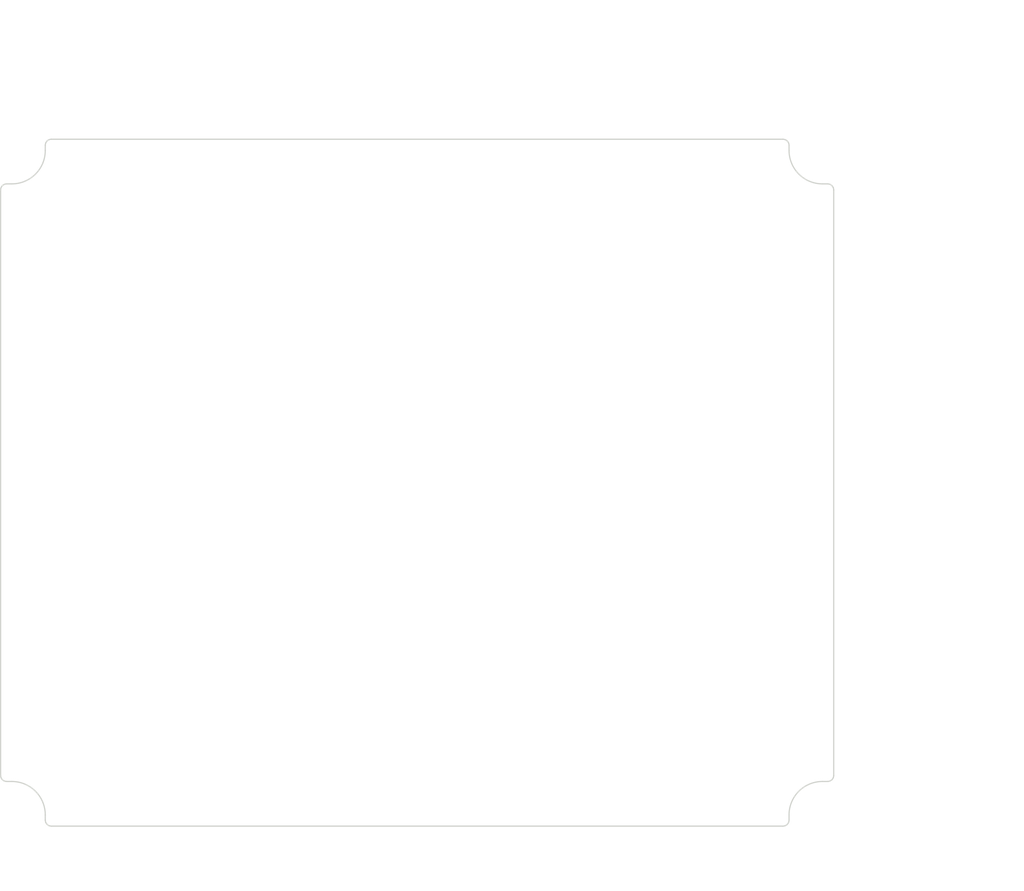
<source format=kicad_pcb>
(kicad_pcb (version 20171130) (host pcbnew "(5.1.0)-1")

  (general
    (thickness 1.6)
    (drawings 89)
    (tracks 0)
    (zones 0)
    (modules 0)
    (nets 1)
  )

  (page A4)
  (layers
    (0 F.Cu signal)
    (31 B.Cu signal)
    (32 B.Adhes user)
    (33 F.Adhes user)
    (34 B.Paste user)
    (35 F.Paste user)
    (36 B.SilkS user)
    (37 F.SilkS user)
    (38 B.Mask user)
    (39 F.Mask user)
    (40 Dwgs.User user)
    (41 Cmts.User user)
    (42 Eco1.User user)
    (43 Eco2.User user)
    (44 Edge.Cuts user)
    (45 Margin user)
    (46 B.CrtYd user)
    (47 F.CrtYd user)
    (48 B.Fab user)
    (49 F.Fab user)
  )

  (setup
    (last_trace_width 0.25)
    (trace_clearance 0.2)
    (zone_clearance 0.508)
    (zone_45_only no)
    (trace_min 0.2)
    (via_size 0.8)
    (via_drill 0.4)
    (via_min_size 0.4)
    (via_min_drill 0.3)
    (uvia_size 0.3)
    (uvia_drill 0.1)
    (uvias_allowed no)
    (uvia_min_size 0.2)
    (uvia_min_drill 0.1)
    (edge_width 0.05)
    (segment_width 0.2)
    (pcb_text_width 0.3)
    (pcb_text_size 1.5 1.5)
    (mod_edge_width 0.12)
    (mod_text_size 1 1)
    (mod_text_width 0.15)
    (pad_size 1.524 1.524)
    (pad_drill 0.762)
    (pad_to_mask_clearance 0.051)
    (solder_mask_min_width 0.25)
    (aux_axis_origin 0 0)
    (visible_elements FFFFFF7F)
    (pcbplotparams
      (layerselection 0x010fc_ffffffff)
      (usegerberextensions false)
      (usegerberattributes false)
      (usegerberadvancedattributes false)
      (creategerberjobfile false)
      (excludeedgelayer true)
      (linewidth 0.152400)
      (plotframeref false)
      (viasonmask false)
      (mode 1)
      (useauxorigin false)
      (hpglpennumber 1)
      (hpglpenspeed 20)
      (hpglpendiameter 15.000000)
      (psnegative false)
      (psa4output false)
      (plotreference true)
      (plotvalue true)
      (plotinvisibletext false)
      (padsonsilk false)
      (subtractmaskfromsilk false)
      (outputformat 1)
      (mirror false)
      (drillshape 1)
      (scaleselection 1)
      (outputdirectory ""))
  )

  (net 0 "")

  (net_class Default "This is the default net class."
    (clearance 0.2)
    (trace_width 0.25)
    (via_dia 0.8)
    (via_drill 0.4)
    (uvia_dia 0.3)
    (uvia_drill 0.1)
  )

  (gr_curve (pts (xy 198.626098 42.737135) (xy 198.350725 42.072194) (xy 198.207652 41.352824) (xy 198.207652 40.632813)) (layer Edge.Cuts) (width 0.2))
  (gr_curve (pts (xy 199.817784 44.520796) (xy 199.308926 44.011938) (xy 198.90147 43.402077) (xy 198.626098 42.737135)) (layer Edge.Cuts) (width 0.2))
  (gr_curve (pts (xy 201.601445 45.712483) (xy 200.936504 45.43711) (xy 200.326643 45.029654) (xy 199.817784 44.520796)) (layer Edge.Cuts) (width 0.2))
  (gr_curve (pts (xy 203.705768 46.130928) (xy 202.985757 46.130928) (xy 202.266387 45.987855) (xy 201.601445 45.712483)) (layer Edge.Cuts) (width 0.2))
  (gr_line (start 198.207652 40.632813) (end 198.207652 39.780585) (layer Edge.Cuts) (width 0.2))
  (gr_curve (pts (xy 197.590599 38.857009) (xy 197.469701 38.806941) (xy 197.338906 38.780928) (xy 197.207995 38.780928)) (layer Edge.Cuts) (width 0.2))
  (gr_curve (pts (xy 197.914901 39.073679) (xy 197.822381 38.98116) (xy 197.711497 38.907077) (xy 197.590599 38.857009)) (layer Edge.Cuts) (width 0.2))
  (gr_curve (pts (xy 198.131571 39.397981) (xy 198.081504 39.277083) (xy 198.007421 39.166199) (xy 197.914901 39.073679)) (layer Edge.Cuts) (width 0.2))
  (gr_curve (pts (xy 198.207652 39.780585) (xy 198.207652 39.649674) (xy 198.181639 39.51888) (xy 198.131571 39.397981)) (layer Edge.Cuts) (width 0.2))
  (gr_line (start 197.207995 38.780928) (end 76.81577 38.780928) (layer Edge.Cuts) (width 0.2))
  (gr_curve (pts (xy 75.892194 39.397981) (xy 75.842126 39.51888) (xy 75.816113 39.649674) (xy 75.816113 39.780585)) (layer Edge.Cuts) (width 0.2))
  (gr_curve (pts (xy 76.108864 39.073679) (xy 76.016344 39.166199) (xy 75.942262 39.277083) (xy 75.892194 39.397981)) (layer Edge.Cuts) (width 0.2))
  (gr_curve (pts (xy 76.433166 38.857009) (xy 76.312268 38.907077) (xy 76.201384 38.98116) (xy 76.108864 39.073679)) (layer Edge.Cuts) (width 0.2))
  (gr_curve (pts (xy 76.81577 38.780928) (xy 76.684859 38.780928) (xy 76.554065 38.806941) (xy 76.433166 38.857009)) (layer Edge.Cuts) (width 0.2))
  (gr_line (start 75.816113 39.780585) (end 75.816113 40.632813) (layer Edge.Cuts) (width 0.2))
  (gr_curve (pts (xy 72.42232 45.712483) (xy 71.757378 45.987855) (xy 71.038008 46.130928) (xy 70.317998 46.130928)) (layer Edge.Cuts) (width 0.2))
  (gr_curve (pts (xy 74.205981 44.520796) (xy 73.697122 45.029654) (xy 73.087261 45.43711) (xy 72.42232 45.712483)) (layer Edge.Cuts) (width 0.2))
  (gr_curve (pts (xy 75.397667 42.737135) (xy 75.122295 43.402077) (xy 74.714839 44.011938) (xy 74.205981 44.520796)) (layer Edge.Cuts) (width 0.2))
  (gr_curve (pts (xy 75.816113 40.632813) (xy 75.816113 41.352824) (xy 75.67304 42.072194) (xy 75.397667 42.737135)) (layer Edge.Cuts) (width 0.2))
  (gr_line (start 70.317998 46.130928) (end 69.46577 46.130928) (layer Edge.Cuts) (width 0.2))
  (gr_curve (pts (xy 68.542194 46.747981) (xy 68.492126 46.86888) (xy 68.466113 46.999674) (xy 68.466113 47.130585)) (layer Edge.Cuts) (width 0.2))
  (gr_curve (pts (xy 68.758864 46.423679) (xy 68.666344 46.516199) (xy 68.592262 46.627083) (xy 68.542194 46.747981)) (layer Edge.Cuts) (width 0.2))
  (gr_curve (pts (xy 69.083166 46.207009) (xy 68.962268 46.257077) (xy 68.851384 46.33116) (xy 68.758864 46.423679)) (layer Edge.Cuts) (width 0.2))
  (gr_curve (pts (xy 69.46577 46.130928) (xy 69.334859 46.130928) (xy 69.204065 46.156941) (xy 69.083166 46.207009)) (layer Edge.Cuts) (width 0.2))
  (gr_line (start 68.466113 47.130585) (end 68.466113 143.52281) (layer Edge.Cuts) (width 0.2))
  (gr_curve (pts (xy 69.083166 144.446386) (xy 69.204065 144.496454) (xy 69.334859 144.522467) (xy 69.46577 144.522467)) (layer Edge.Cuts) (width 0.2))
  (gr_curve (pts (xy 68.758864 144.229716) (xy 68.851384 144.322236) (xy 68.962268 144.396319) (xy 69.083166 144.446386)) (layer Edge.Cuts) (width 0.2))
  (gr_curve (pts (xy 68.542194 143.905414) (xy 68.592262 144.026313) (xy 68.666344 144.137196) (xy 68.758864 144.229716)) (layer Edge.Cuts) (width 0.2))
  (gr_curve (pts (xy 68.466113 143.52281) (xy 68.466113 143.653721) (xy 68.492126 143.784516) (xy 68.542194 143.905414)) (layer Edge.Cuts) (width 0.2))
  (gr_line (start 69.46577 144.522467) (end 70.317998 144.522467) (layer Edge.Cuts) (width 0.2))
  (gr_curve (pts (xy 75.397667 147.91626) (xy 75.67304 148.581202) (xy 75.816113 149.300572) (xy 75.816113 150.020583)) (layer Edge.Cuts) (width 0.2))
  (gr_curve (pts (xy 74.205981 146.1326) (xy 74.714839 146.641458) (xy 75.122295 147.251319) (xy 75.397667 147.91626)) (layer Edge.Cuts) (width 0.2))
  (gr_curve (pts (xy 72.42232 144.940913) (xy 73.087261 145.216286) (xy 73.697122 145.623741) (xy 74.205981 146.1326)) (layer Edge.Cuts) (width 0.2))
  (gr_curve (pts (xy 70.317998 144.522467) (xy 71.038008 144.522467) (xy 71.757378 144.66554) (xy 72.42232 144.940913)) (layer Edge.Cuts) (width 0.2))
  (gr_line (start 75.816113 150.020583) (end 75.816113 150.87281) (layer Edge.Cuts) (width 0.2))
  (gr_curve (pts (xy 76.433166 151.796386) (xy 76.554065 151.846454) (xy 76.684859 151.872467) (xy 76.81577 151.872467)) (layer Edge.Cuts) (width 0.2))
  (gr_curve (pts (xy 76.108864 151.579716) (xy 76.201384 151.672236) (xy 76.312268 151.746319) (xy 76.433166 151.796386)) (layer Edge.Cuts) (width 0.2))
  (gr_curve (pts (xy 75.892194 151.255414) (xy 75.942262 151.376313) (xy 76.016344 151.487196) (xy 76.108864 151.579716)) (layer Edge.Cuts) (width 0.2))
  (gr_curve (pts (xy 75.816113 150.87281) (xy 75.816113 151.003721) (xy 75.842126 151.134516) (xy 75.892194 151.255414)) (layer Edge.Cuts) (width 0.2))
  (gr_line (start 76.81577 151.872467) (end 197.207995 151.872467) (layer Edge.Cuts) (width 0.2))
  (gr_curve (pts (xy 198.131571 151.255414) (xy 198.181639 151.134516) (xy 198.207652 151.003721) (xy 198.207652 150.87281)) (layer Edge.Cuts) (width 0.2))
  (gr_curve (pts (xy 197.914901 151.579716) (xy 198.007421 151.487196) (xy 198.081504 151.376313) (xy 198.131571 151.255414)) (layer Edge.Cuts) (width 0.2))
  (gr_curve (pts (xy 197.590599 151.796386) (xy 197.711497 151.746319) (xy 197.822381 151.672236) (xy 197.914901 151.579716)) (layer Edge.Cuts) (width 0.2))
  (gr_curve (pts (xy 197.207995 151.872467) (xy 197.338906 151.872467) (xy 197.469701 151.846454) (xy 197.590599 151.796386)) (layer Edge.Cuts) (width 0.2))
  (gr_line (start 198.207652 150.87281) (end 198.207652 150.020583) (layer Edge.Cuts) (width 0.2))
  (gr_arc (start 203.705768 150.020583) (end 203.705768 144.522467) (angle -90) (layer Edge.Cuts) (width 0.2))
  (gr_line (start 203.705768 144.522467) (end 204.557995 144.522467) (layer Edge.Cuts) (width 0.2))
  (gr_curve (pts (xy 205.481571 143.905414) (xy 205.531639 143.784516) (xy 205.557652 143.653721) (xy 205.557652 143.52281)) (layer Edge.Cuts) (width 0.2))
  (gr_curve (pts (xy 205.264901 144.229716) (xy 205.357421 144.137196) (xy 205.431504 144.026313) (xy 205.481571 143.905414)) (layer Edge.Cuts) (width 0.2))
  (gr_curve (pts (xy 204.940599 144.446386) (xy 205.061497 144.396319) (xy 205.172381 144.322236) (xy 205.264901 144.229716)) (layer Edge.Cuts) (width 0.2))
  (gr_curve (pts (xy 204.557995 144.522467) (xy 204.688906 144.522467) (xy 204.819701 144.496454) (xy 204.940599 144.446386)) (layer Edge.Cuts) (width 0.2))
  (gr_line (start 205.557652 143.52281) (end 205.557652 47.130585) (layer Edge.Cuts) (width 0.2))
  (gr_curve (pts (xy 204.940599 46.207009) (xy 204.819701 46.156941) (xy 204.688906 46.130928) (xy 204.557995 46.130928)) (layer Edge.Cuts) (width 0.2))
  (gr_curve (pts (xy 205.264901 46.423679) (xy 205.172381 46.33116) (xy 205.061497 46.257077) (xy 204.940599 46.207009)) (layer Edge.Cuts) (width 0.2))
  (gr_curve (pts (xy 205.481571 46.747981) (xy 205.431504 46.627083) (xy 205.357421 46.516199) (xy 205.264901 46.423679)) (layer Edge.Cuts) (width 0.2))
  (gr_curve (pts (xy 205.557652 47.130585) (xy 205.557652 46.999674) (xy 205.531639 46.86888) (xy 205.481571 46.747981)) (layer Edge.Cuts) (width 0.2))
  (gr_line (start 204.557995 46.130928) (end 203.705768 46.130928) (layer Edge.Cuts) (width 0.2))
  (gr_text [R0.04] (at 208.393714 161.218372) (layer Dwgs.User)
    (effects (font (size 1.7 1.53) (thickness 0.2125)))
  )
  (gr_text " R1.00" (at 208.393714 157.660936) (layer Dwgs.User)
    (effects (font (size 1.7 1.53) (thickness 0.2125)))
  )
  (gr_line (start 201.922943 159.328911) (end 198.668859 153.492752) (layer Dwgs.User) (width 0.2))
  (gr_line (start 203.922943 159.328911) (end 201.922943 159.328911) (layer Dwgs.User) (width 0.2))
  (gr_text [R0.22] (at 189.535548 144.004362) (layer Dwgs.User)
    (effects (font (size 1.7 1.53) (thickness 0.2125)))
  )
  (gr_text " R5.50" (at 189.535548 140.446927) (layer Dwgs.User)
    (effects (font (size 1.7 1.53) (thickness 0.2125)))
  )
  (gr_line (start 196.006319 142.114901) (end 198.474326 144.649014) (layer Dwgs.User) (width 0.2))
  (gr_line (start 194.006319 142.114901) (end 196.006319 142.114901) (layer Dwgs.User) (width 0.2))
  (gr_text [4.45] (at 232.138572 70.981375) (layer Dwgs.User)
    (effects (font (size 1.7 1.53) (thickness 0.2125)))
  )
  (gr_text " 113.09" (at 232.138572 67.426839) (layer Dwgs.User)
    (effects (font (size 1.7 1.53) (thickness 0.2125)))
  )
  (gr_line (start 232.138572 149.872467) (end 232.138572 72.649929) (layer Dwgs.User) (width 0.2))
  (gr_line (start 232.138572 40.780928) (end 232.138572 65.540857) (layer Dwgs.User) (width 0.2))
  (gr_line (start 198.207995 151.872467) (end 235.313572 151.872467) (layer Dwgs.User) (width 0.2))
  (gr_line (start 198.207995 38.780928) (end 235.313572 38.780928) (layer Dwgs.User) (width 0.2))
  (gr_text [3.87] (at 217.530044 140.0158) (layer Dwgs.User)
    (effects (font (size 1.7 1.53) (thickness 0.2125)))
  )
  (gr_text " 98.39" (at 217.530044 136.457785) (layer Dwgs.User)
    (effects (font (size 1.7 1.53) (thickness 0.2125)))
  )
  (gr_line (start 217.530044 48.130928) (end 217.530044 134.568323) (layer Dwgs.User) (width 0.2))
  (gr_line (start 217.530044 142.522467) (end 217.530044 141.684354) (layer Dwgs.User) (width 0.2))
  (gr_line (start 205.557995 46.130928) (end 220.705044 46.130928) (layer Dwgs.User) (width 0.2))
  (gr_line (start 205.557995 144.522467) (end 220.705044 144.522467) (layer Dwgs.User) (width 0.2))
  (gr_text [4.82] (at 95.456507 35.120786) (layer Dwgs.User)
    (effects (font (size 1.7 1.53) (thickness 0.2125)))
  )
  (gr_text " 122.39" (at 95.456507 31.562771) (layer Dwgs.User)
    (effects (font (size 1.7 1.53) (thickness 0.2125)))
  )
  (gr_line (start 196.207652 33.231325) (end 100.166159 33.231325) (layer Dwgs.User) (width 0.2))
  (gr_line (start 77.816113 33.231325) (end 90.746855 33.231325) (layer Dwgs.User) (width 0.2))
  (gr_line (start 198.207652 38.780585) (end 198.207652 30.056325) (layer Dwgs.User) (width 0.2))
  (gr_line (start 75.816113 39.632813) (end 75.816113 30.056325) (layer Dwgs.User) (width 0.2))
  (gr_text [5.40] (at 162.383353 21.020047) (layer Dwgs.User)
    (effects (font (size 1.7 1.53) (thickness 0.2125)))
  )
  (gr_text " 137.09" (at 162.383353 17.462031) (layer Dwgs.User)
    (effects (font (size 1.7 1.53) (thickness 0.2125)))
  )
  (gr_line (start 70.466113 19.130585) (end 157.673701 19.130585) (layer Dwgs.User) (width 0.2))
  (gr_line (start 203.557652 19.130585) (end 167.093006 19.130585) (layer Dwgs.User) (width 0.2))
  (gr_line (start 68.466113 46.130585) (end 68.466113 15.955585) (layer Dwgs.User) (width 0.2))
  (gr_line (start 205.557652 46.130585) (end 205.557652 15.955585) (layer Dwgs.User) (width 0.2))

)

</source>
